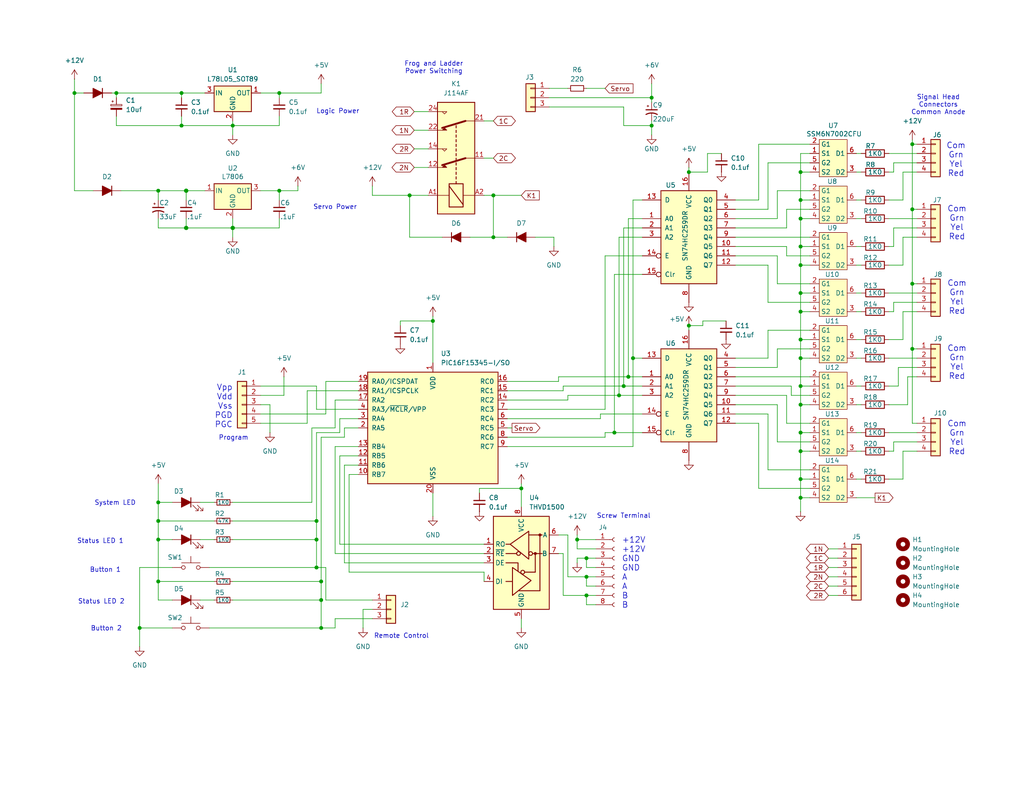
<source format=kicad_sch>
(kicad_sch (version 20250114) (generator "eeschema") (generator_version "9.0")
  (paper "A")
  (title_block (title "Serial Model Railroad Control") (date "2025-03-24") (rev "n/c") (company "DMFE") (comment 1 "Switch Machine and Signals"))
  (text "Servo Power" (at 91.44 56.642 0) (effects (font (size 1.27 1.27))))
  (text "Remote Control" (at 117.094 173.736 0) (effects (font (size 1.27 1.27)) (justify right)))
  (text "Vpp\nVdd\nVss\nPGD\nPGC" (at 63.5 110.998 0) (effects (font (size 1.5748 1.5748)) (justify right)))
  (text "Com\nGrn\nYel\nRed" (at 261.112 119.634 0) (effects (font (size 1.5748 1.5748))))
  (text "Button 2" (at 33.274 171.704 0) (effects (font (size 1.27 1.27)) (justify right)))
  (text "Screw Terminal" (at 170.18 140.97 0) (effects (font (size 1.27 1.27))))
  (text "Program" (at 67.818 119.634 0) (effects (font (size 1.27 1.27)) (justify right)))
  (text "+12V\n+12V\nGND\nGND\nA\nA\nB\nB" (at 169.672 156.464 0) (effects (font (size 1.5748 1.5748)) (justify left)))
  (text "Status LED 2" (at 34.036 164.338 0) (effects (font (size 1.27 1.27)) (justify right)))
  (text "Button 1" (at 33.02 155.702 0) (effects (font (size 1.27 1.27)) (justify right)))
  (text "Com\nGrn\nYel\nRed" (at 261.112 60.96 0) (effects (font (size 1.5748 1.5748))))
  (text "Com\nGrn\nYel\nRed" (at 261.112 81.28 0) (effects (font (size 1.5748 1.5748))))
  (text "Com\nGrn\nYel\nRed" (at 261.112 99.06 0) (effects (font (size 1.5748 1.5748))))
  (text "Com\nGrn\nYel\nRed" (at 260.858 43.688 0) (effects (font (size 1.5748 1.5748))))
  (text "Frog and Ladder\nPower Switching" (at 118.364 18.542 0) (effects (font (size 1.27 1.27))))
  (text "Status LED 1" (at 33.782 147.828 0) (effects (font (size 1.27 1.27)) (justify right)))
  (text "Logic Power" (at 92.202 30.48 0) (effects (font (size 1.27 1.27))))
  (text "System LED" (at 37.084 137.414 0) (effects (font (size 1.27 1.27)) (justify right)))
  (text "Signal Head\nConnectors\nCommon Anode" (at 256.032 28.702 0) (effects (font (size 1.27 1.27))))
  (junction (at 86.36 147.32))
  (junction (at 50.8 52.07) (diameter 1.016))
  (junction (at 170.18 105.41))
  (junction (at 50.8 62.23) (diameter 1.016))
  (junction (at 86.36 154.94))
  (junction (at 218.44 67.31))
  (junction (at 218.44 46.99))
  (junction (at 218.44 72.39))
  (junction (at 63.5 62.23) (diameter 1.016))
  (junction (at 218.44 92.71))
  (junction (at 168.91 107.95))
  (junction (at 218.44 130.81))
  (junction (at 76.2 52.07))
  (junction (at 86.36 142.24))
  (junction (at 38.1 171.45))
  (junction (at 43.18 142.24))
  (junction (at 49.53 34.29))
  (junction (at 218.44 110.49))
  (junction (at 167.64 118.11))
  (junction (at 218.44 59.69))
  (junction (at 187.96 88.9))
  (junction (at 87.63 163.83))
  (junction (at 43.18 147.32))
  (junction (at 218.44 135.89))
  (junction (at 218.44 123.19))
  (junction (at 118.11 87.63))
  (junction (at 248.92 77.47))
  (junction (at 134.62 64.77))
  (junction (at 248.92 95.25))
  (junction (at 134.62 53.34))
  (junction (at 218.44 97.79))
  (junction (at 31.75 25.4))
  (junction (at 248.92 39.37))
  (junction (at 63.5 34.29))
  (junction (at 187.96 46.99))
  (junction (at 157.48 147.32))
  (junction (at 218.44 105.41))
  (junction (at 160.02 162.56))
  (junction (at 160.02 152.4))
  (junction (at 49.53 25.4))
  (junction (at 76.2 25.4))
  (junction (at 43.18 137.16))
  (junction (at 218.44 54.61))
  (junction (at 142.24 133.35))
  (junction (at 87.63 158.75))
  (junction (at 43.18 52.07))
  (junction (at 111.76 53.34))
  (junction (at 160.02 157.48))
  (junction (at 177.8 34.29))
  (junction (at 218.44 80.01))
  (junction (at 218.44 118.11))
  (junction (at 177.8 26.67))
  (junction (at 20.32 25.4))
  (junction (at 218.44 85.09))
  (junction (at 87.63 171.45))
  (junction (at 171.45 102.87))
  (junction (at 172.72 97.79))
  (junction (at 248.92 57.15))
  (junction (at 43.18 158.75))
  (wire (pts (xy 43.18 132.08) (xy 43.18 137.16)))
  (wire (pts (xy 132.08 151.13) (xy 91.44 151.13)))
  (wire (pts (xy 242.57 41.91) (xy 250.19 41.91)))
  (wire (pts (xy 218.44 105.41) (xy 218.44 97.79)))
  (wire (pts (xy 246.38 130.81) (xy 246.38 123.19)))
  (wire (pts (xy 218.44 85.09) (xy 220.98 85.09)))
  (wire (pts (xy 95.25 156.21) (xy 95.25 129.54)))
  (wire (pts (xy 63.5 33.02) (xy 63.5 34.29)))
  (wire (pts (xy 233.68 54.61) (xy 234.95 54.61)))
  (wire (pts (xy 160.02 24.13) (xy 165.1 24.13)))
  (wire (pts (xy 248.92 77.47) (xy 250.19 77.47)))
  (wire (pts (xy 198.12 87.63) (xy 191.77 87.63)))
  (wire (pts (xy 175.26 97.79) (xy 172.72 97.79)))
  (wire (pts (xy 248.92 57.15) (xy 250.19 57.15)))
  (wire (pts (xy 31.75 25.4) (xy 49.53 25.4)))
  (wire (pts (xy 30.48 25.4) (xy 31.75 25.4)))
  (wire (pts (xy 200.66 107.95) (xy 214.63 107.95)))
  (wire (pts (xy 242.57 85.09) (xy 243.84 85.09)))
  (wire (pts (xy 250.19 115.57) (xy 248.92 115.57)))
  (wire (pts (xy 246.38 64.77) (xy 250.19 64.77)))
  (wire (pts (xy 162.56 149.86) (xy 157.48 149.86)))
  (wire (pts (xy 218.44 46.99) (xy 218.44 41.91)))
  (wire (pts (xy 132.08 156.21) (xy 95.25 156.21)))
  (wire (pts (xy 218.44 80.01) (xy 218.44 72.39)))
  (wire (pts (xy 212.09 110.49) (xy 212.09 120.65)))
  (wire (pts (xy 245.11 105.41) (xy 245.11 100.33)))
  (wire (pts (xy 214.63 107.95) (xy 214.63 115.57)))
  (wire (pts (xy 142.24 132.08) (xy 142.24 133.35)))
  (wire (pts (xy 191.77 87.63) (xy 191.77 88.9)))
  (wire (pts (xy 233.68 135.89) (xy 238.76 135.89)))
  (wire (pts (xy 38.1 171.45) (xy 46.99 171.45)))
  (wire (pts (xy 113.03 40.64) (xy 116.84 40.64)))
  (wire (pts (xy 50.8 62.23) (xy 63.5 62.23)))
  (wire (pts (xy 248.92 57.15) (xy 248.92 77.47)))
  (wire (pts (xy 88.9 113.03) (xy 71.12 113.03)))
  (wire (pts (xy 31.75 25.4) (xy 31.75 26.67)))
  (wire (pts (xy 88.9 104.14) (xy 88.9 113.03)))
  (wire (pts (xy 242.57 72.39) (xy 246.38 72.39)))
  (wire (pts (xy 218.44 110.49) (xy 220.98 110.49)))
  (wire (pts (xy 170.18 105.41) (xy 170.18 62.23)))
  (wire (pts (xy 218.44 130.81) (xy 218.44 135.89)))
  (wire (pts (xy 162.56 165.1) (xy 160.02 165.1)))
  (wire (pts (xy 111.76 53.34) (xy 116.84 53.34)))
  (wire (pts (xy 168.91 64.77) (xy 175.26 64.77)))
  (wire (pts (xy 218.44 80.01) (xy 220.98 80.01)))
  (wire (pts (xy 218.44 92.71) (xy 220.98 92.71)))
  (wire (pts (xy 138.43 116.84) (xy 139.7 116.84)))
  (wire (pts (xy 109.22 87.63) (xy 118.11 87.63)))
  (wire (pts (xy 92.71 118.11) (xy 92.71 114.3)))
  (wire (pts (xy 93.98 119.38) (xy 93.98 116.84)))
  (wire (pts (xy 242.57 110.49) (xy 247.65 110.49)))
  (wire (pts (xy 50.8 52.07) (xy 55.88 52.07)))
  (wire (pts (xy 130.81 133.35) (xy 142.24 133.35)))
  (wire (pts (xy 207.01 54.61) (xy 207.01 39.37)))
  (wire (pts (xy 132.08 148.59) (xy 92.71 148.59)))
  (wire (pts (xy 91.44 171.45) (xy 87.63 171.45)))
  (wire (pts (xy 49.53 34.29) (xy 49.53 31.75)))
  (wire (pts (xy 212.09 100.33) (xy 212.09 95.25)))
  (wire (pts (xy 151.13 64.77) (xy 146.05 64.77)))
  (wire (pts (xy 152.4 104.14) (xy 152.4 102.87)))
  (wire (pts (xy 165.1 69.85) (xy 175.26 69.85)))
  (wire (pts (xy 109.22 88.9) (xy 109.22 87.63)))
  (wire (pts (xy 242.57 123.19) (xy 243.84 123.19)))
  (wire (pts (xy 93.98 127) (xy 97.79 127)))
  (wire (pts (xy 218.44 105.41) (xy 220.98 105.41)))
  (wire (pts (xy 130.81 134.62) (xy 130.81 133.35)))
  (wire (pts (xy 87.63 119.38) (xy 87.63 158.75)))
  (wire (pts (xy 128.27 64.77) (xy 134.62 64.77)))
  (wire (pts (xy 200.66 110.49) (xy 212.09 110.49)))
  (wire (pts (xy 152.4 146.05) (xy 154.94 146.05)))
  (wire (pts (xy 152.4 151.13) (xy 153.67 151.13)))
  (wire (pts (xy 132.08 53.34) (xy 134.62 53.34)))
  (wire (pts (xy 142.24 168.91) (xy 142.24 171.45)))
  (wire (pts (xy 162.56 157.48) (xy 160.02 157.48)))
  (wire (pts (xy 233.68 92.71) (xy 234.95 92.71)))
  (wire (pts (xy 43.18 62.23) (xy 50.8 62.23)))
  (wire (pts (xy 170.18 62.23) (xy 175.26 62.23)))
  (wire (pts (xy 218.44 85.09) (xy 218.44 80.01)))
  (wire (pts (xy 220.98 133.35) (xy 207.01 133.35)))
  (wire (pts (xy 242.57 67.31) (xy 243.84 67.31)))
  (wire (pts (xy 248.92 77.47) (xy 248.92 95.25)))
  (wire (pts (xy 138.43 104.14) (xy 152.4 104.14)))
  (wire (pts (xy 111.76 64.77) (xy 120.65 64.77)))
  (wire (pts (xy 86.36 147.32) (xy 86.36 142.24)))
  (wire (pts (xy 88.9 163.83) (xy 88.9 154.94)))
  (wire (pts (xy 200.66 102.87) (xy 220.98 102.87)))
  (wire (pts (xy 209.55 128.27) (xy 209.55 113.03)))
  (wire (pts (xy 92.71 124.46) (xy 97.79 124.46)))
  (wire (pts (xy 218.44 92.71) (xy 218.44 85.09)))
  (wire (pts (xy 209.55 44.45) (xy 220.98 44.45)))
  (wire (pts (xy 165.1 111.76) (xy 165.1 69.85)))
  (wire (pts (xy 233.68 130.81) (xy 234.95 130.81)))
  (wire (pts (xy 63.5 34.29) (xy 49.53 34.29)))
  (wire (pts (xy 54.61 147.32) (xy 58.42 147.32)))
  (wire (pts (xy 113.03 30.48) (xy 116.84 30.48)))
  (wire (pts (xy 242.57 80.01) (xy 250.19 80.01)))
  (wire (pts (xy 134.62 53.34) (xy 134.62 64.77)))
  (wire (pts (xy 160.02 157.48) (xy 154.94 157.48)))
  (wire (pts (xy 246.38 85.09) (xy 250.19 85.09)))
  (wire (pts (xy 113.03 35.56) (xy 116.84 35.56)))
  (wire (pts (xy 177.8 22.86) (xy 177.8 26.67)))
  (wire (pts (xy 149.86 24.13) (xy 154.94 24.13)))
  (wire (pts (xy 57.15 154.94) (xy 86.36 154.94)))
  (wire (pts (xy 160.02 152.4) (xy 157.48 152.4)))
  (wire (pts (xy 233.68 59.69) (xy 234.95 59.69)))
  (wire (pts (xy 50.8 54.61) (xy 50.8 52.07)))
  (wire (pts (xy 91.44 168.91) (xy 91.44 171.45)))
  (wire (pts (xy 242.57 59.69) (xy 250.19 59.69)))
  (wire (pts (xy 218.44 54.61) (xy 218.44 46.99)))
  (wire (pts (xy 83.82 106.68) (xy 83.82 115.57)))
  (wire (pts (xy 54.61 137.16) (xy 58.42 137.16)))
  (wire (pts (xy 162.56 152.4) (xy 160.02 152.4)))
  (wire (pts (xy 168.91 107.95) (xy 168.91 64.77)))
  (wire (pts (xy 93.98 153.67) (xy 93.98 127)))
  (wire (pts (xy 153.67 105.41) (xy 170.18 105.41)))
  (wire (pts (xy 92.71 148.59) (xy 92.71 124.46)))
  (wire (pts (xy 157.48 152.4) (xy 157.48 153.67)))
  (wire (pts (xy 247.65 102.87) (xy 250.19 102.87)))
  (wire (pts (xy 138.43 106.68) (xy 153.67 106.68)))
  (wire (pts (xy 218.44 72.39) (xy 218.44 67.31)))
  (wire (pts (xy 77.47 107.95) (xy 71.12 107.95)))
  (wire (pts (xy 20.32 52.07) (xy 20.32 25.4)))
  (wire (pts (xy 218.44 97.79) (xy 218.44 92.71)))
  (wire (pts (xy 43.18 163.83) (xy 46.99 163.83)))
  (wire (pts (xy 138.43 114.3) (xy 163.83 114.3)))
  (wire (pts (xy 154.94 107.95) (xy 168.91 107.95)))
  (wire (pts (xy 99.06 171.45) (xy 99.06 166.37)))
  (wire (pts (xy 20.32 25.4) (xy 20.32 21.59)))
  (wire (pts (xy 218.44 59.69) (xy 220.98 59.69)))
  (wire (pts (xy 81.28 52.07) (xy 76.2 52.07)))
  (wire (pts (xy 138.43 111.76) (xy 165.1 111.76)))
  (wire (pts (xy 218.44 130.81) (xy 220.98 130.81)))
  (wire (pts (xy 207.01 115.57) (xy 200.66 115.57)))
  (wire (pts (xy 160.02 154.94) (xy 160.02 152.4)))
  (wire (pts (xy 157.48 147.32) (xy 162.56 147.32)))
  (wire (pts (xy 63.5 142.24) (xy 86.36 142.24)))
  (wire (pts (xy 233.68 41.91) (xy 234.95 41.91)))
  (wire (pts (xy 172.72 54.61) (xy 175.26 54.61)))
  (wire (pts (xy 31.75 34.29) (xy 49.53 34.29)))
  (wire (pts (xy 153.67 162.56) (xy 160.02 162.56)))
  (wire (pts (xy 228.6 157.48) (xy 226.06 157.48)))
  (wire (pts (xy 242.57 97.79) (xy 250.19 97.79)))
  (wire (pts (xy 87.63 171.45) (xy 87.63 163.83)))
  (wire (pts (xy 50.8 59.69) (xy 50.8 62.23)))
  (wire (pts (xy 49.53 25.4) (xy 49.53 26.67)))
  (wire (pts (xy 200.66 67.31) (xy 214.63 67.31)))
  (wire (pts (xy 154.94 109.22) (xy 154.94 107.95)))
  (wire (pts (xy 91.44 109.22) (xy 97.79 109.22)))
  (wire (pts (xy 233.68 46.99) (xy 234.95 46.99)))
  (wire (pts (xy 243.84 44.45) (xy 250.19 44.45)))
  (wire (pts (xy 63.5 137.16) (xy 85.09 137.16)))
  (wire (pts (xy 200.66 105.41) (xy 215.9 105.41)))
  (wire (pts (xy 218.44 67.31) (xy 220.98 67.31)))
  (wire (pts (xy 177.8 34.29) (xy 177.8 36.83)))
  (wire (pts (xy 248.92 39.37) (xy 250.19 39.37)))
  (wire (pts (xy 242.57 130.81) (xy 246.38 130.81)))
  (wire (pts (xy 76.2 59.69) (xy 76.2 62.23)))
  (wire (pts (xy 43.18 137.16) (xy 43.18 142.24)))
  (wire (pts (xy 149.86 26.67) (xy 177.8 26.67)))
  (wire (pts (xy 138.43 119.38) (xy 165.1 119.38)))
  (wire (pts (xy 200.66 69.85) (xy 212.09 69.85)))
  (wire (pts (xy 212.09 120.65) (xy 220.98 120.65)))
  (wire (pts (xy 163.83 114.3) (xy 163.83 113.03)))
  (wire (pts (xy 228.6 160.02) (xy 226.06 160.02)))
  (wire (pts (xy 187.96 88.9) (xy 187.96 90.17)))
  (wire (pts (xy 175.26 118.11) (xy 167.64 118.11)))
  (wire (pts (xy 22.86 25.4) (xy 20.32 25.4)))
  (wire (pts (xy 242.57 46.99) (xy 243.84 46.99)))
  (wire (pts (xy 233.68 97.79) (xy 234.95 97.79)))
  (wire (pts (xy 200.66 64.77) (xy 220.98 64.77)))
  (wire (pts (xy 218.44 110.49) (xy 218.44 105.41)))
  (wire (pts (xy 167.64 74.93) (xy 175.26 74.93)))
  (wire (pts (xy 218.44 67.31) (xy 218.44 59.69)))
  (wire (pts (xy 215.9 105.41) (xy 215.9 107.95)))
  (wire (pts (xy 248.92 38.1) (xy 248.92 39.37)))
  (wire (pts (xy 218.44 123.19) (xy 220.98 123.19)))
  (wire (pts (xy 43.18 137.16) (xy 46.99 137.16)))
  (wire (pts (xy 160.02 160.02) (xy 160.02 157.48)))
  (wire (pts (xy 207.01 39.37) (xy 220.98 39.37)))
  (wire (pts (xy 233.68 72.39) (xy 234.95 72.39)))
  (wire (pts (xy 248.92 115.57) (xy 248.92 95.25)))
  (wire (pts (xy 142.24 133.35) (xy 142.24 138.43)))
  (wire (pts (xy 245.11 100.33) (xy 250.19 100.33)))
  (wire (pts (xy 73.66 118.11) (xy 73.66 110.49)))
  (wire (pts (xy 246.38 46.99) (xy 250.19 46.99)))
  (wire (pts (xy 209.55 97.79) (xy 209.55 90.17)))
  (wire (pts (xy 209.55 57.15) (xy 209.55 44.45)))
  (wire (pts (xy 163.83 113.03) (xy 175.26 113.03)))
  (wire (pts (xy 99.06 166.37) (xy 101.6 166.37)))
  (wire (pts (xy 233.68 105.41) (xy 234.95 105.41)))
  (wire (pts (xy 228.6 152.4) (xy 226.06 152.4)))
  (wire (pts (xy 149.86 29.21) (xy 170.18 29.21)))
  (wire (pts (xy 76.2 54.61) (xy 76.2 52.07)))
  (wire (pts (xy 118.11 134.62) (xy 118.11 140.97)))
  (wire (pts (xy 218.44 41.91) (xy 220.98 41.91)))
  (wire (pts (xy 243.84 123.19) (xy 243.84 120.65)))
  (wire (pts (xy 49.53 25.4) (xy 55.88 25.4)))
  (wire (pts (xy 177.8 33.02) (xy 177.8 34.29)))
  (wire (pts (xy 160.02 162.56) (xy 162.56 162.56)))
  (wire (pts (xy 154.94 146.05) (xy 154.94 157.48)))
  (wire (pts (xy 132.08 33.02) (xy 134.62 33.02)))
  (wire (pts (xy 165.1 119.38) (xy 165.1 118.11)))
  (wire (pts (xy 220.98 128.27) (xy 209.55 128.27)))
  (wire (pts (xy 215.9 107.95) (xy 220.98 107.95)))
  (wire (pts (xy 157.48 149.86) (xy 157.48 147.32)))
  (wire (pts (xy 187.96 45.72) (xy 187.96 46.99)))
  (wire (pts (xy 43.18 142.24) (xy 58.42 142.24)))
  (wire (pts (xy 91.44 116.84) (xy 91.44 109.22)))
  (wire (pts (xy 212.09 69.85) (xy 212.09 77.47)))
  (wire (pts (xy 73.66 110.49) (xy 71.12 110.49)))
  (wire (pts (xy 214.63 62.23) (xy 214.63 57.15)))
  (wire (pts (xy 43.18 142.24) (xy 43.18 147.32)))
  (wire (pts (xy 170.18 29.21) (xy 170.18 34.29)))
  (wire (pts (xy 86.36 142.24) (xy 86.36 118.11)))
  (wire (pts (xy 209.55 82.55) (xy 220.98 82.55)))
  (wire (pts (xy 212.09 95.25) (xy 220.98 95.25)))
  (wire (pts (xy 175.26 102.87) (xy 171.45 102.87)))
  (wire (pts (xy 243.84 120.65) (xy 250.19 120.65)))
  (wire (pts (xy 218.44 46.99) (xy 220.98 46.99)))
  (wire (pts (xy 77.47 102.87) (xy 77.47 107.95)))
  (wire (pts (xy 171.45 102.87) (xy 171.45 59.69)))
  (wire (pts (xy 88.9 154.94) (xy 86.36 154.94)))
  (wire (pts (xy 97.79 106.68) (xy 83.82 106.68)))
  (wire (pts (xy 209.55 113.03) (xy 200.66 113.03)))
  (wire (pts (xy 214.63 115.57) (xy 220.98 115.57)))
  (wire (pts (xy 134.62 64.77) (xy 138.43 64.77)))
  (wire (pts (xy 247.65 110.49) (xy 247.65 102.87)))
  (wire (pts (xy 71.12 105.41) (xy 86.36 105.41)))
  (wire (pts (xy 233.68 123.19) (xy 234.95 123.19)))
  (wire (pts (xy 63.5 34.29) (xy 63.5 36.83)))
  (wire (pts (xy 165.1 118.11) (xy 167.64 118.11)))
  (wire (pts (xy 43.18 158.75) (xy 58.42 158.75)))
  (wire (pts (xy 243.84 46.99) (xy 243.84 44.45)))
  (wire (pts (xy 162.56 160.02) (xy 160.02 160.02)))
  (wire (pts (xy 63.5 34.29) (xy 76.2 34.29)))
  (wire (pts (xy 191.77 88.9) (xy 187.96 88.9)))
  (wire (pts (xy 233.68 110.49) (xy 234.95 110.49)))
  (wire (pts (xy 132.08 43.18) (xy 134.62 43.18)))
  (wire (pts (xy 87.63 119.38) (xy 93.98 119.38)))
  (wire (pts (xy 175.26 105.41) (xy 170.18 105.41)))
  (wire (pts (xy 200.66 100.33) (xy 212.09 100.33)))
  (wire (pts (xy 86.36 105.41) (xy 86.36 111.76)))
  (wire (pts (xy 87.63 22.86) (xy 87.63 25.4)))
  (wire (pts (xy 132.08 153.67) (xy 93.98 153.67)))
  (wire (pts (xy 132.08 158.75) (xy 132.08 156.21)))
  (wire (pts (xy 209.55 90.17) (xy 220.98 90.17)))
  (wire (pts (xy 200.66 54.61) (xy 207.01 54.61)))
  (wire (pts (xy 92.71 114.3) (xy 97.79 114.3)))
  (wire (pts (xy 171.45 59.69) (xy 175.26 59.69)))
  (wire (pts (xy 63.5 147.32) (xy 86.36 147.32)))
  (wire (pts (xy 76.2 31.75) (xy 76.2 34.29)))
  (wire (pts (xy 200.66 62.23) (xy 214.63 62.23)))
  (wire (pts (xy 153.67 106.68) (xy 153.67 105.41)))
  (wire (pts (xy 243.84 67.31) (xy 243.84 62.23)))
  (wire (pts (xy 233.68 85.09) (xy 234.95 85.09)))
  (wire (pts (xy 175.26 107.95) (xy 168.91 107.95)))
  (wire (pts (xy 95.25 129.54) (xy 97.79 129.54)))
  (wire (pts (xy 86.36 111.76) (xy 97.79 111.76)))
  (wire (pts (xy 43.18 147.32) (xy 43.18 158.75)))
  (wire (pts (xy 25.4 52.07) (xy 20.32 52.07)))
  (wire (pts (xy 43.18 59.69) (xy 43.18 62.23)))
  (wire (pts (xy 200.66 97.79) (xy 209.55 97.79)))
  (wire (pts (xy 242.57 105.41) (xy 245.11 105.41)))
  (wire (pts (xy 118.11 87.63) (xy 118.11 99.06)))
  (wire (pts (xy 63.5 59.69) (xy 63.5 62.23)))
  (wire (pts (xy 218.44 59.69) (xy 218.44 54.61)))
  (wire (pts (xy 83.82 115.57) (xy 71.12 115.57)))
  (wire (pts (xy 71.12 52.07) (xy 76.2 52.07)))
  (wire (pts (xy 196.85 41.91) (xy 193.04 41.91)))
  (wire (pts (xy 54.61 163.83) (xy 58.42 163.83)))
  (wire (pts (xy 218.44 135.89) (xy 220.98 135.89)))
  (wire (pts (xy 200.66 59.69) (xy 212.09 59.69)))
  (wire (pts (xy 63.5 163.83) (xy 87.63 163.83)))
  (wire (pts (xy 193.04 46.99) (xy 187.96 46.99)))
  (wire (pts (xy 76.2 25.4) (xy 87.63 25.4)))
  (wire (pts (xy 101.6 50.8) (xy 101.6 53.34)))
  (wire (pts (xy 242.57 92.71) (xy 246.38 92.71)))
  (wire (pts (xy 31.75 31.75) (xy 31.75 34.29)))
  (wire (pts (xy 177.8 26.67) (xy 177.8 27.94)))
  (wire (pts (xy 218.44 97.79) (xy 220.98 97.79)))
  (wire (pts (xy 91.44 121.92) (xy 97.79 121.92)))
  (wire (pts (xy 218.44 118.11) (xy 218.44 110.49)))
  (wire (pts (xy 33.02 52.07) (xy 43.18 52.07)))
  (wire (pts (xy 76.2 25.4) (xy 76.2 26.67)))
  (wire (pts (xy 43.18 147.32) (xy 46.99 147.32)))
  (wire (pts (xy 134.62 53.34) (xy 142.24 53.34)))
  (wire (pts (xy 86.36 118.11) (xy 92.71 118.11)))
  (wire (pts (xy 162.56 154.94) (xy 160.02 154.94)))
  (wire (pts (xy 212.09 59.69) (xy 212.09 52.07)))
  (wire (pts (xy 170.18 34.29) (xy 177.8 34.29)))
  (wire (pts (xy 207.01 133.35) (xy 207.01 115.57)))
  (wire (pts (xy 248.92 95.25) (xy 250.19 95.25)))
  (wire (pts (xy 57.15 171.45) (xy 87.63 171.45)))
  (wire (pts (xy 243.84 62.23) (xy 250.19 62.23)))
  (wire (pts (xy 233.68 80.01) (xy 234.95 80.01)))
  (wire (pts (xy 212.09 52.07) (xy 220.98 52.07)))
  (wire (pts (xy 214.63 69.85) (xy 220.98 69.85)))
  (wire (pts (xy 218.44 123.19) (xy 218.44 130.81)))
  (wire (pts (xy 81.28 50.8) (xy 81.28 52.07)))
  (wire (pts (xy 214.63 67.31) (xy 214.63 69.85)))
  (wire (pts (xy 172.72 121.92) (xy 172.72 97.79)))
  (wire (pts (xy 85.09 137.16) (xy 85.09 116.84)))
  (wire (pts (xy 233.68 67.31) (xy 234.95 67.31)))
  (wire (pts (xy 101.6 163.83) (xy 88.9 163.83)))
  (wire (pts (xy 63.5 62.23) (xy 63.5 64.77)))
  (wire (pts (xy 172.72 54.61) (xy 172.72 97.79)))
  (wire (pts (xy 86.36 154.94) (xy 86.36 147.32)))
  (wire (pts (xy 248.92 39.37) (xy 248.92 57.15)))
  (wire (pts (xy 242.57 54.61) (xy 246.38 54.61)))
  (wire (pts (xy 97.79 104.14) (xy 88.9 104.14)))
  (wire (pts (xy 101.6 168.91) (xy 91.44 168.91)))
  (wire (pts (xy 243.84 85.09) (xy 243.84 82.55)))
  (wire (pts (xy 209.55 72.39) (xy 209.55 82.55)))
  (wire (pts (xy 228.6 162.56) (xy 226.06 162.56)))
  (wire (pts (xy 71.12 25.4) (xy 76.2 25.4)))
  (wire (pts (xy 246.38 54.61) (xy 246.38 46.99)))
  (wire (pts (xy 233.68 118.11) (xy 234.95 118.11)))
  (wire (pts (xy 157.48 147.32) (xy 157.48 146.05)))
  (wire (pts (xy 118.11 86.36) (xy 118.11 87.63)))
  (wire (pts (xy 153.67 151.13) (xy 153.67 162.56)))
  (wire (pts (xy 93.98 116.84) (xy 97.79 116.84)))
  (wire (pts (xy 138.43 121.92) (xy 172.72 121.92)))
  (wire (pts (xy 38.1 176.53) (xy 38.1 171.45)))
  (wire (pts (xy 43.18 52.07) (xy 50.8 52.07)))
  (wire (pts (xy 200.66 57.15) (xy 209.55 57.15)))
  (wire (pts (xy 113.03 45.72) (xy 116.84 45.72)))
  (wire (pts (xy 151.13 67.31) (xy 151.13 64.77)))
  (wire (pts (xy 46.99 154.94) (xy 38.1 154.94)))
  (wire (pts (xy 218.44 118.11) (xy 220.98 118.11)))
  (wire (pts (xy 228.6 149.86) (xy 226.06 149.86)))
  (wire (pts (xy 246.38 123.19) (xy 250.19 123.19)))
  (wire (pts (xy 63.5 158.75) (xy 87.63 158.75)))
  (wire (pts (xy 246.38 92.71) (xy 246.38 85.09)))
  (wire (pts (xy 243.84 82.55) (xy 250.19 82.55)))
  (wire (pts (xy 91.44 151.13) (xy 91.44 121.92)))
  (wire (pts (xy 43.18 158.75) (xy 43.18 163.83)))
  (wire (pts (xy 167.64 118.11) (xy 167.64 74.93)))
  (wire (pts (xy 228.6 154.94) (xy 226.06 154.94)))
  (wire (pts (xy 138.43 109.22) (xy 154.94 109.22)))
  (wire (pts (xy 193.04 41.91) (xy 193.04 46.99)))
  (wire (pts (xy 242.57 118.11) (xy 250.19 118.11)))
  (wire (pts (xy 218.44 54.61) (xy 220.98 54.61)))
  (wire (pts (xy 38.1 154.94) (xy 38.1 171.45)))
  (wire (pts (xy 152.4 102.87) (xy 171.45 102.87)))
  (wire (pts (xy 111.76 53.34) (xy 111.76 64.77)))
  (wire (pts (xy 212.09 77.47) (xy 220.98 77.47)))
  (wire (pts (xy 214.63 57.15) (xy 220.98 57.15)))
  (wire (pts (xy 43.18 54.61) (xy 43.18 52.07)))
  (wire (pts (xy 101.6 53.34) (xy 111.76 53.34)))
  (wire (pts (xy 218.44 123.19) (xy 218.44 118.11)))
  (wire (pts (xy 63.5 62.23) (xy 76.2 62.23)))
  (wire (pts (xy 218.44 72.39) (xy 220.98 72.39)))
  (wire (pts (xy 246.38 72.39) (xy 246.38 64.77)))
  (wire (pts (xy 85.09 116.84) (xy 91.44 116.84)))
  (wire (pts (xy 160.02 165.1) (xy 160.02 162.56)))
  (wire (pts (xy 218.44 135.89) (xy 218.44 139.7)))
  (wire (pts (xy 200.66 72.39) (xy 209.55 72.39)))
  (wire (pts (xy 87.63 163.83) (xy 87.63 158.75)))
  (global_label "Servo" (shape output) (at 139.7 116.84 0) (property "Intersheetrefs" "${INTERSHEET_REFS}" (effects (hide yes))))
  (global_label "2C" (shape bidirectional) (at 134.62 43.18 0) (property "Intersheetrefs" "${INTERSHEET_REFS}" (effects (hide yes))))
  (global_label "1N" (shape bidirectional) (at 113.03 35.56 180) (property "Intersheetrefs" "${INTERSHEET_REFS}" (effects (hide yes))))
  (global_label "2N" (shape bidirectional) (at 226.06 157.48 180) (property "Intersheetrefs" "${INTERSHEET_REFS}" (effects (hide yes))))
  (global_label "Servo" (shape input) (at 165.1 24.13 0) (property "Intersheetrefs" "${INTERSHEET_REFS}" (effects (hide yes))))
  (global_label "1C" (shape bidirectional) (at 226.06 152.4 180) (property "Intersheetrefs" "${INTERSHEET_REFS}" (effects (hide yes))))
  (global_label "2C" (shape bidirectional) (at 226.06 160.02 180) (property "Intersheetrefs" "${INTERSHEET_REFS}" (effects (hide yes))))
  (global_label "K1" (shape output) (at 238.76 135.89 0) (property "Intersheetrefs" "${INTERSHEET_REFS}" (effects (hide yes))))
  (global_label "1N" (shape bidirectional) (at 226.06 149.86 180) (property "Intersheetrefs" "${INTERSHEET_REFS}" (effects (hide yes))))
  (global_label "2R" (shape bidirectional) (at 113.03 40.64 180) (property "Intersheetrefs" "${INTERSHEET_REFS}" (effects (hide yes))))
  (global_label "K1" (shape input) (at 142.24 53.34 0) (property "Intersheetrefs" "${INTERSHEET_REFS}" (effects (hide yes))))
  (global_label "2R" (shape bidirectional) (at 226.06 162.56 180) (property "Intersheetrefs" "${INTERSHEET_REFS}" (effects (hide yes))))
  (global_label "2N" (shape bidirectional) (at 113.03 45.72 180) (property "Intersheetrefs" "${INTERSHEET_REFS}" (effects (hide yes))))
  (global_label "1R" (shape bidirectional) (at 113.03 30.48 180) (property "Intersheetrefs" "${INTERSHEET_REFS}" (effects (hide yes))))
  (global_label "1R" (shape bidirectional) (at 226.06 154.94 180) (property "Intersheetrefs" "${INTERSHEET_REFS}" (effects (hide yes))))
  (global_label "1C" (shape bidirectional) (at 134.62 33.02 0) (property "Intersheetrefs" "${INTERSHEET_REFS}" (effects (hide yes))))
  (symbol (lib_id "power:GND") (at 38.1 176.53 0) (unit 1)
    (property "Reference" "#PWR02" (effects (hide yes)))
    (property "Value" "GND" (at 38.1 181.61 0))
    (property "Description" "Power symbol creates a global label with name \"GND\" , ground" (effects (hide yes)))
  )
  (symbol (lib_id "2025-03-24_22-47-57:SSM6N7002CF") (at 227.33 105.41 0) (unit 1)
    (property "Reference" "U12" (at 227.076 100.33 0))
    (property "Value" "SSM6N7002CFU" (effects (hide yes)))
    (property "Footprint" "Package_TO_SOT_SMD:SOT-363_SC-70-6_Handsoldering" (effects (hide yes)))
  )
  (symbol (lib_id "Regulator_Linear:L7805") (at 63.5 52.07 0) (unit 1)
    (property "Reference" "U2" (at 63.5 45.9232 0))
    (property "Value" "L7806" (at 63.5 48.2346 0))
    (property "Footprint" "Package_TO_SOT_SMD:TO-263-2" (effects (hide yes)))
    (property "Datasheet" "http://www.st.com/content/ccc/resource/technical/document/datasheet/41/4f/b3/b0/12/d4/47/88/CD00000444.pdf/files/CD00000444.pdf/jcr:content/translations/en.CD00000444.pdf" (effects (hide yes)))
  )
  (symbol (lib_id "power:+12V") (at 20.32 21.59 0) (unit 1)
    (property "Reference" "#PWR01" (effects (hide yes)))
    (property "Value" "+12V" (at 20.32 16.51 0))
    (property "Description" "Power symbol creates a global label with name \"+12V\"" (effects (hide yes)))
  )
  (symbol (lib_id "Device:R_Small") (at 60.96 142.24 90) (unit 1)
    (property "Reference" "R2" (at 59.944 140.208 90))
    (property "Value" "47K" (at 60.96 142.24 90) (effects (font (size 1.016 1.016))))
    (property "Footprint" "Resistor_SMD:R_0805_2012Metric_Pad1.20x1.40mm_HandSolder" (effects (hide yes)))
    (property "Description" "Resistor, small symbol" (effects (hide yes)))
  )
  (symbol (lib_id "Connector_Generic:Conn_01x04") (at 255.27 59.69 0) (unit 1)
    (property "Reference" "J7" (at 254.508 54.61 0) (effects (justify left)))
    (property "Value" "Conn_01x04" (effects (hide yes)))
    (property "Footprint" "TerminalBlock_Phoenix:TerminalBlock_Phoenix_PT-1,5-4-3.5-H_1x04_P3.50mm_Horizontal" (effects (hide yes)))
    (property "Description" "Generic connector, single row, 01x04, script generated (kicad-library-utils/schlib/autogen/connector/)" (effects (hide yes)))
  )
  (symbol (lib_id "Device:R_Small") (at 60.96 137.16 90) (unit 1)
    (property "Reference" "R1" (at 59.944 135.128 90))
    (property "Value" "1K0" (at 60.96 137.16 90) (effects (font (size 1.016 1.016))))
    (property "Footprint" "Resistor_SMD:R_0805_2012Metric_Pad1.20x1.40mm_HandSolder" (effects (hide yes)))
    (property "Description" "Resistor, small symbol" (effects (hide yes)))
  )
  (symbol (lib_id "Mechanical:MountingHole") (at 246.38 153.67 0) (unit 1) (exclude_from_sim yes) (in_bom no)
    (property "Reference" "H2" (at 248.92 152.3999 0) (effects (justify left)))
    (property "Value" "MountingHole" (at 248.92 154.9399 0) (effects (justify left)))
    (property "Footprint" "MountingHole:MountingHole_3.2mm_M3" (effects (hide yes)))
    (property "Description" "Mounting Hole without connection" (effects (hide yes)))
  )
  (symbol (lib_id "Device:R") (at 238.76 123.19 90) (unit 1)
    (property "Reference" "R20" (at 237.49 121.158 90))
    (property "Value" "1K0" (at 238.76 123.19 90))
    (property "Footprint" "Resistor_THT:R_Axial_DIN0204_L3.6mm_D1.6mm_P7.62mm_Horizontal" (effects (hide yes)))
    (property "Description" "Resistor" (effects (hide yes)))
  )
  (symbol (lib_id "power:GND") (at 151.13 67.31 0) (unit 1)
    (property "Reference" "#PWR018" (effects (hide yes)))
    (property "Value" "GND" (at 151.13 72.39 0))
    (property "Description" "Power symbol creates a global label with name \"GND\" , ground" (effects (hide yes)))
  )
  (symbol (lib_id "power:+5V") (at 142.24 132.08 0) (unit 1)
    (property "Reference" "#PWR016" (effects (hide yes)))
    (property "Value" "+5V" (at 142.24 127 0))
    (property "Description" "Power symbol creates a global label with name \"+5V\"" (effects (hide yes)))
  )
  (symbol (lib_id "Connector_Generic:Conn_01x04") (at 255.27 118.11 0) (unit 1)
    (property "Reference" "J10" (at 254.762 112.776 0) (effects (justify left)))
    (property "Value" "Conn_01x04" (effects (hide yes)))
    (property "Footprint" "TerminalBlock_Phoenix:TerminalBlock_Phoenix_PT-1,5-4-3.5-H_1x04_P3.50mm_Horizontal" (effects (hide yes)))
    (property "Description" "Generic connector, single row, 01x04, script generated (kicad-library-utils/schlib/autogen/connector/)" (effects (hide yes)))
  )
  (symbol (lib_id "power:GND") (at 142.24 171.45 0) (unit 1)
    (property "Reference" "#PWR017" (effects (hide yes)))
    (property "Value" "GND" (at 142.24 176.53 0))
    (property "Description" "Power symbol creates a global label with name \"GND\" , ground" (effects (hide yes)))
  )
  (symbol (lib_id "power:+5V") (at 187.96 88.9 0) (unit 1)
    (property "Reference" "#PWR025" (effects (hide yes)))
    (property "Value" "+5V" (at 184.658 87.122 0))
    (property "Description" "Power symbol creates a global label with name \"+5V\"" (effects (hide yes)))
  )
  (symbol (lib_id "2025-03-24_22-47-57:SSM6N7002CF") (at 227.33 54.61 0) (unit 1)
    (property "Reference" "U8" (at 227.076 49.53 0))
    (property "Value" "SSM6N7002CFU" (effects (hide yes)))
    (property "Footprint" "Package_TO_SOT_SMD:SOT-363_SC-70-6_Handsoldering" (effects (hide yes)))
  )
  (symbol (lib_id "Device:R") (at 238.76 110.49 90) (unit 1)
    (property "Reference" "R18" (at 237.49 108.458 90))
    (property "Value" "1K0" (at 238.76 110.49 90))
    (property "Footprint" "Resistor_THT:R_Axial_DIN0204_L3.6mm_D1.6mm_P7.62mm_Horizontal" (effects (hide yes)))
    (property "Description" "Resistor" (effects (hide yes)))
  )
  (symbol (lib_id "power:+12V") (at 101.6 50.8 0) (unit 1)
    (property "Reference" "#PWR011" (effects (hide yes)))
    (property "Value" "+12V" (at 101.6 45.72 0))
    (property "Description" "Power symbol creates a global label with name \"+12V\"" (effects (hide yes)))
  )
  (symbol (lib_id "power:GND") (at 196.85 46.99 0) (unit 1)
    (property "Reference" "#PWR027" (effects (hide yes)))
    (property "Value" "GND" (effects (hide yes)))
    (property "Description" "Power symbol creates a global label with name \"GND\" , ground" (effects (hide yes)))
  )
  (symbol (lib_id "Device:R") (at 238.76 54.61 90) (unit 1)
    (property "Reference" "R9" (at 237.49 52.578 90))
    (property "Value" "1K0" (at 238.76 54.61 90))
    (property "Footprint" "Resistor_THT:R_Axial_DIN0204_L3.6mm_D1.6mm_P7.62mm_Horizontal" (effects (hide yes)))
    (property "Description" "Resistor" (effects (hide yes)))
  )
  (symbol (lib_id "2025-03-24_22-47-57:SSM6N7002CF") (at 227.33 67.31 0) (unit 1)
    (property "Reference" "U9" (at 227.076 62.23 0))
    (property "Value" "SSM6N7002CFU" (effects (hide yes)))
    (property "Footprint" "Package_TO_SOT_SMD:SOT-363_SC-70-6_Handsoldering" (effects (hide yes)))
  )
  (symbol (lib_id "Device:D_Filled") (at 29.21 52.07 180) (unit 1)
    (property "Reference" "D2" (at 29.21 48.26 0))
    (property "Value" "SMA" (effects (hide yes)))
    (property "Footprint" "Diode_SMD:D_SMA_Handsoldering" (effects (hide yes)))
    (property "Description" "Diode, filled shape" (effects (hide yes)))
    (property "Sim.Device" "D" (effects (hide yes)))
    (property "Sim.Pins" "1=K 2=A" (effects (hide yes)))
  )
  (symbol (lib_id "Device:C_Small") (at 130.81 137.16 0) (unit 1)
    (property "Reference" "C8" (at 133.35 135.8962 0) (effects (justify left)))
    (property "Value" "0.1uf" (at 133.35 138.4362 0) (effects (justify left)))
    (property "Footprint" "Capacitor_SMD:C_0805_2012Metric_Pad1.18x1.45mm_HandSolder" (effects (hide yes)))
    (property "Description" "Unpolarized capacitor, small symbol" (effects (hide yes)))
  )
  (symbol (lib_id "Device:C_Small") (at 198.12 90.17 0) (unit 1)
    (property "Reference" "C11" (at 200.66 88.9062 0) (effects (justify left)))
    (property "Value" "0.1uf" (at 200.66 91.4462 0) (effects (justify left)))
    (property "Footprint" "Capacitor_SMD:C_0805_2012Metric_Pad1.18x1.45mm_HandSolder" (effects (hide yes)))
    (property "Description" "Unpolarized capacitor, small symbol" (effects (hide yes)))
  )
  (symbol (lib_id "power:+5V") (at 118.11 86.36 0) (unit 1)
    (property "Reference" "#PWR013" (effects (hide yes)))
    (property "Value" "+5V" (at 118.11 81.28 0))
    (property "Description" "Power symbol creates a global label with name \"+5V\"" (effects (hide yes)))
  )
  (symbol (lib_id "power:GND") (at 177.8 36.83 0) (unit 1)
    (property "Reference" "#PWR022" (effects (hide yes)))
    (property "Value" "GND" (at 177.8 40.64 0))
  )
  (symbol (lib_id "power:GND") (at 118.11 140.97 0) (unit 1)
    (property "Reference" "#PWR014" (effects (hide yes)))
    (property "Value" "GND" (at 118.11 146.05 0))
    (property "Description" "Power symbol creates a global label with name \"GND\" , ground" (effects (hide yes)))
  )
  (symbol (lib_id "power:+5V") (at 77.47 102.87 0) (unit 1)
    (property "Reference" "#PWR07" (effects (hide yes)))
    (property "Value" "+5V" (at 77.47 97.79 0))
    (property "Description" "Power symbol creates a global label with name \"+5V\"" (effects (hide yes)))
  )
  (symbol (lib_id "Device:C_Small") (at 76.2 57.15 0) (unit 1)
    (property "Reference" "C6" (at 76.454 55.372 0) (effects (justify left)))
    (property "Value" ".1uF" (at 76.454 59.182 0) (effects (justify left)))
    (property "Footprint" "Capacitor_SMD:C_0805_2012Metric_Pad1.18x1.45mm_HandSolder" (effects (hide yes)))
  )
  (symbol (lib_id "Device:C_Small") (at 76.2 29.21 0) (unit 1)
    (property "Reference" "C5" (at 78.74 27.9462 0) (effects (justify left)))
    (property "Value" "0.1uf" (at 78.74 30.4862 0) (effects (justify left)))
    (property "Footprint" "Capacitor_SMD:C_0805_2012Metric_Pad1.18x1.45mm_HandSolder" (effects (hide yes)))
    (property "Description" "Unpolarized capacitor, small symbol" (effects (hide yes)))
  )
  (symbol (lib_id "Connector_Generic:Conn_01x04") (at 255.27 97.79 0) (unit 1)
    (property "Reference" "J9" (at 254.762 92.456 0) (effects (justify left)))
    (property "Value" "Conn_01x04" (effects (hide yes)))
    (property "Footprint" "TerminalBlock_Phoenix:TerminalBlock_Phoenix_PT-1,5-4-3.5-H_1x04_P3.50mm_Horizontal" (effects (hide yes)))
    (property "Description" "Generic connector, single row, 01x04, script generated (kicad-library-utils/schlib/autogen/connector/)" (effects (hide yes)))
  )
  (symbol (lib_id "2025-03-24_22-47-57:SSM6N7002CF") (at 227.33 118.11 0) (unit 1)
    (property "Reference" "U13" (at 227.076 113.03 0))
    (property "Value" "SSM6N7002CFU" (effects (hide yes)))
    (property "Footprint" "Package_TO_SOT_SMD:SOT-363_SC-70-6_Handsoldering" (effects (hide yes)))
  )
  (symbol (lib_id "Device:R") (at 238.76 72.39 90) (unit 1)
    (property "Reference" "R12" (at 237.49 70.358 90))
    (property "Value" "1K0" (at 238.76 72.39 90))
    (property "Footprint" "Resistor_THT:R_Axial_DIN0204_L3.6mm_D1.6mm_P7.62mm_Horizontal" (effects (hide yes)))
    (property "Description" "Resistor" (effects (hide yes)))
  )
  (symbol (lib_id "Switch:SW_Push") (at 52.07 171.45 0) (unit 1)
    (property "Reference" "SW2" (at 47.752 168.656 0))
    (property "Value" "SW_Push" (effects (hide yes)))
    (property "Footprint" "Button_Switch_SMD:SW_SPST_PTS645" (effects (hide yes)))
    (property "Description" "Push button switch, generic, two pins" (effects (hide yes)))
  )
  (symbol (lib_id "power:GND") (at 187.96 125.73 0) (unit 1)
    (property "Reference" "#PWR026" (effects (hide yes)))
    (property "Value" "GND" (effects (hide yes)))
    (property "Description" "Power symbol creates a global label with name \"GND\" , ground" (effects (hide yes)))
  )
  (symbol (lib_id "Device:CP1_Small") (at 43.18 57.15 0) (unit 1)
    (property "Reference" "C2" (at 43.434 55.372 0) (effects (justify left)))
    (property "Value" "33uF" (at 43.434 59.182 0) (effects (justify left)))
    (property "Footprint" "Capacitor_THT:CP_Radial_D5.0mm_P2.00mm" (effects (hide yes)))
  )
  (symbol (lib_id "Connector_Generic:Conn_01x05") (at 66.04 110.49 0) (mirror y) (unit 1)
    (property "Reference" "J1" (at 66.04 101.6 0))
    (property "Value" "Conn_01x05" (effects (hide yes)))
    (property "Footprint" "Connector_PinHeader_2.54mm:PinHeader_1x05_P2.54mm_Vertical" (effects (hide yes)))
    (property "Description" "Generic connector, single row, 01x05, script generated (kicad-library-utils/schlib/autogen/connector/)" (effects (hide yes)))
  )
  (symbol (lib_id "power:GND") (at 63.5 36.83 0) (unit 1)
    (property "Reference" "#PWR04" (effects (hide yes)))
    (property "Value" "GND" (at 63.5 41.91 0))
    (property "Description" "Power symbol creates a global label with name \"GND\" , ground" (effects (hide yes)))
  )
  (symbol (lib_id "Mechanical:MountingHole") (at 246.38 158.75 0) (unit 1) (exclude_from_sim yes) (in_bom no)
    (property "Reference" "H3" (at 248.92 157.4799 0) (effects (justify left)))
    (property "Value" "MountingHole" (at 248.92 160.0199 0) (effects (justify left)))
    (property "Footprint" "MountingHole:MountingHole_3.2mm_M3" (effects (hide yes)))
    (property "Description" "Mounting Hole without connection" (effects (hide yes)))
  )
  (symbol (lib_id "power:GND") (at 99.06 171.45 0) (unit 1)
    (property "Reference" "#PWR010" (effects (hide yes)))
    (property "Value" "GND" (at 99.06 176.53 0))
    (property "Description" "Power symbol creates a global label with name \"GND\" , ground" (effects (hide yes)))
  )
  (symbol (lib_id "Device:R_Small") (at 157.48 24.13 90) (unit 1)
    (property "Reference" "R6" (at 157.48 19.05 90))
    (property "Value" "220" (at 157.48 21.59 90))
    (property "Footprint" "Resistor_SMD:R_0805_2012Metric_Pad1.20x1.40mm_HandSolder" (effects (hide yes)))
    (property "Description" "Resistor, small symbol" (effects (hide yes)))
  )
  (symbol (lib_id "Device:LED_Filled") (at 50.8 137.16 0) (mirror y) (unit 1)
    (property "Reference" "D3" (at 48.768 134.112 0))
    (property "Value" "LED_Filled" (effects (hide yes)))
    (property "Footprint" "Diode_SMD:D_1206_3216Metric_Pad1.42x1.75mm_HandSolder" (effects (hide yes)))
    (property "Description" "Light emitting diode, filled shape" (effects (hide yes)))
    (property "Sim.Pins" "1=K 2=A" (effects (hide yes)))
  )
  (symbol (lib_id "power:+5V") (at 187.96 45.72 0) (unit 1)
    (property "Reference" "#PWR023" (effects (hide yes)))
    (property "Value" "+5V" (at 187.96 40.64 0))
    (property "Description" "Power symbol creates a global label with name \"+5V\"" (effects (hide yes)))
  )
  (symbol (lib_id "Device:R_Small") (at 60.96 147.32 90) (unit 1)
    (property "Reference" "R3" (at 59.944 145.288 90))
    (property "Value" "1K0" (at 60.96 147.32 90) (effects (font (size 1.016 1.016))))
    (property "Footprint" "Resistor_SMD:R_0805_2012Metric_Pad1.20x1.40mm_HandSolder" (effects (hide yes)))
    (property "Description" "Resistor, small symbol" (effects (hide yes)))
  )
  (symbol (lib_id "Connector_Generic:Conn_01x04") (at 255.27 80.01 0) (unit 1)
    (property "Reference" "J8" (at 254.762 74.93 0) (effects (justify left)))
    (property "Value" "Conn_01x04" (effects (hide yes)))
    (property "Footprint" "TerminalBlock_Phoenix:TerminalBlock_Phoenix_PT-1,5-4-3.5-H_1x04_P3.50mm_Horizontal" (effects (hide yes)))
    (property "Description" "Generic connector, single row, 01x04, script generated (kicad-library-utils/schlib/autogen/connector/)" (effects (hide yes)))
  )
  (symbol (lib_id "Device:D_Filled") (at 142.24 64.77 0) (unit 1)
    (property "Reference" "D7" (at 142.24 60.96 0))
    (property "Value" "SMA" (effects (hide yes)))
    (property "Footprint" "Diode_SMD:D_SMA_Handsoldering" (effects (hide yes)))
    (property "Description" "Diode, filled shape" (effects (hide yes)))
    (property "Sim.Device" "D" (effects (hide yes)))
    (property "Sim.Pins" "1=K 2=A" (effects (hide yes)))
  )
  (symbol (lib_id "Device:R_Small") (at 60.96 163.83 90) (unit 1)
    (property "Reference" "R5" (at 59.944 161.798 90))
    (property "Value" "1K0" (at 60.96 163.83 90) (effects (font (size 1.016 1.016))))
    (property "Footprint" "Resistor_SMD:R_0805_2012Metric_Pad1.20x1.40mm_HandSolder" (effects (hide yes)))
    (property "Description" "Resistor, small symbol" (effects (hide yes)))
  )
  (symbol (lib_id "Device:C_Small") (at 109.22 91.44 0) (unit 1)
    (property "Reference" "C7" (at 111.76 90.1762 0) (effects (justify left)))
    (property "Value" "0.1uf" (at 111.76 92.7162 0) (effects (justify left)))
    (property "Footprint" "Capacitor_SMD:C_0805_2012Metric_Pad1.18x1.45mm_HandSolder" (effects (hide yes)))
    (property "Description" "Unpolarized capacitor, small symbol" (effects (hide yes)))
  )
  (symbol (lib_id "Device:R") (at 238.76 59.69 90) (unit 1)
    (property "Reference" "R10" (at 237.49 57.658 90))
    (property "Value" "1K0" (at 238.76 59.69 90))
    (property "Footprint" "Resistor_THT:R_Axial_DIN0204_L3.6mm_D1.6mm_P7.62mm_Horizontal" (effects (hide yes)))
    (property "Description" "Resistor" (effects (hide yes)))
  )
  (symbol (lib_id "power:+12V") (at 248.92 38.1 0) (unit 1)
    (property "Reference" "#PWR030" (effects (hide yes)))
    (property "Value" "+12V" (at 248.92 33.02 0))
    (property "Description" "Power symbol creates a global label with name \"+12V\"" (effects (hide yes)))
  )
  (symbol (lib_id "Device:R") (at 238.76 92.71 90) (unit 1)
    (property "Reference" "R15" (at 237.49 90.678 90))
    (property "Value" "1K0" (at 238.76 92.71 90))
    (property "Footprint" "Resistor_THT:R_Axial_DIN0204_L3.6mm_D1.6mm_P7.62mm_Horizontal" (effects (hide yes)))
    (property "Description" "Resistor" (effects (hide yes)))
  )
  (symbol (lib_id "power:GND") (at 157.48 153.67 0) (unit 1)
    (property "Reference" "#PWR020" (effects (hide yes)))
    (property "Value" "GND" (effects (hide yes)))
    (property "Description" "Power symbol creates a global label with name \"GND\" , ground" (effects (hide yes)))
  )
  (symbol (lib_id "Relay:FINDER-40.52") (at 124.46 43.18 90) (unit 1)
    (property "Reference" "K1" (at 124.46 22.86 90))
    (property "Value" "J114AF" (at 124.46 25.4 90))
    (property "Footprint" "Relay_THT:Relay_DPDT_Finder_40.52" (effects (hide yes)))
    (property "Datasheet" "http://gfinder.findernet.com/assets/Series/353/S40EN.pdf" (effects (hide yes)))
    (property "Description" "FINDER 40.52, Dual Pole Relay, 5mm Pitch, 10A" (effects (hide yes)))
  )
  (symbol (lib_id "2025-03-24_22-47-57:SSM6N7002CF") (at 227.33 41.91 0) (unit 1)
    (property "Reference" "U7" (at 227.33 34.29 0))
    (property "Value" "SSM6N7002CFU" (at 227.584 36.576 0))
    (property "Footprint" "Package_TO_SOT_SMD:SOT-363_SC-70-6_Handsoldering" (effects (hide yes)))
  )
  (symbol (lib_id "power:+6V") (at 177.8 22.86 0) (unit 1)
    (property "Reference" "#PWR021" (effects (hide yes)))
    (property "Value" "+6V" (at 177.8 17.78 0))
    (property "Description" "Power symbol creates a global label with name \"+6V\"" (effects (hide yes)))
  )
  (symbol (lib_id "2025-03-24_22-47-57:SSM6N7002CF") (at 227.33 80.01 0) (unit 1)
    (property "Reference" "U10" (at 227.076 74.93 0))
    (property "Value" "SSM6N7002CFU" (effects (hide yes)))
    (property "Footprint" "Package_TO_SOT_SMD:SOT-363_SC-70-6_Handsoldering" (effects (hide yes)))
  )
  (symbol (lib_id "power:+5V") (at 87.63 22.86 0) (unit 1)
    (property "Reference" "#PWR09" (effects (hide yes)))
    (property "Value" "+5V" (at 87.63 17.78 0))
    (property "Description" "Power symbol creates a global label with name \"+5V\"" (effects (hide yes)))
  )
  (symbol (lib_id "power:GND") (at 109.22 93.98 0) (unit 1)
    (property "Reference" "#PWR012" (effects (hide yes)))
    (property "Value" "GND" (effects (hide yes)))
    (property "Description" "Power symbol creates a global label with name \"GND\" , ground" (effects (hide yes)))
  )
  (symbol (lib_id "Device:C_Polarized_Small") (at 31.75 29.21 0) (unit 1)
    (property "Reference" "C1" (at 34.29 27.3938 0) (effects (justify left)))
    (property "Value" "10uf" (at 34.29 29.9338 0) (effects (justify left)))
    (property "Footprint" "Capacitor_THT:CP_Radial_D4.0mm_P2.00mm" (effects (hide yes)))
    (property "Description" "Polarized capacitor, small symbol" (effects (hide yes)))
  )
  (symbol (lib_id "Device:C_Small") (at 50.8 57.15 0) (unit 1)
    (property "Reference" "C4" (at 51.054 55.372 0) (effects (justify left)))
    (property "Value" ".1uF" (at 51.054 59.182 0) (effects (justify left)))
    (property "Footprint" "Capacitor_SMD:C_0805_2012Metric_Pad1.18x1.45mm_HandSolder" (effects (hide yes)))
  )
  (symbol (lib_id "Device:R") (at 238.76 80.01 90) (unit 1)
    (property "Reference" "R13" (at 237.49 77.978 90))
    (property "Value" "1K0" (at 238.76 80.01 90))
    (property "Footprint" "Resistor_THT:R_Axial_DIN0204_L3.6mm_D1.6mm_P7.62mm_Horizontal" (effects (hide yes)))
    (property "Description" "Resistor" (effects (hide yes)))
  )
  (symbol (lib_id "Connector_Generic:Conn_01x03") (at 106.68 166.37 0) (unit 1)
    (property "Reference" "J2" (at 109.22 165.0999 0) (effects (justify left)))
    (property "Value" "Conn_01x03" (effects (hide yes)))
    (property "Footprint" "Connector_PinSocket_2.54mm:PinSocket_1x03_P2.54mm_Vertical" (effects (hide yes)))
    (property "Description" "Generic connector, single row, 01x03, script generated (kicad-library-utils/schlib/autogen/connector/)" (effects (hide yes)))
  )
  (symbol (lib_id "MCU_Microchip_PIC16:PIC16F18344-SO") (at 118.11 116.84 0) (unit 1)
    (property "Reference" "U3" (at 120.2533 96.52 0) (effects (justify left)))
    (property "Value" "PIC16F15345-I/SO" (at 120.2533 99.06 0) (effects (justify left)))
    (property "Footprint" "Package_SO:SOIC-20W_7.5x12.8mm_P1.27mm" (effects (hide yes)))
    (property "Datasheet" "http://ww1.microchip.com/downloads/en/devicedoc/40001800a.pdf" (effects (hide yes)))
    (property "Description" "4096W FLASH, 512B RAM, 256B EEPROM, SOIC-20" (effects (hide yes)))
  )
  (symbol (lib_id "74xx:74LS259") (at 187.96 64.77 0) (unit 1)
    (property "Reference" "U5" (at 181.61 50.546 0) (effects (justify left)))
    (property "Value" "SN74HC259DR" (at 186.944 71.374 90) (effects (justify left)))
    (property "Footprint" "Package_SO:SOIC-16W_5.3x10.2mm_P1.27mm" (effects (hide yes)))
    (property "Datasheet" "http://www.ti.com/lit/gpn/sn74LS259" (effects (hide yes)))
    (property "Description" "8-bit addressable latch" (effects (hide yes)))
  )
  (symbol (lib_id "Device:R") (at 238.76 130.81 90) (unit 1)
    (property "Reference" "R21" (at 237.49 128.778 90))
    (property "Value" "1K0" (at 238.76 130.81 90))
    (property "Footprint" "Resistor_THT:R_Axial_DIN0204_L3.6mm_D1.6mm_P7.62mm_Horizontal" (effects (hide yes)))
    (property "Description" "Resistor" (effects (hide yes)))
  )
  (symbol (lib_id "power:GND") (at 130.81 139.7 0) (unit 1)
    (property "Reference" "#PWR015" (effects (hide yes)))
    (property "Value" "GND" (effects (hide yes)))
    (property "Description" "Power symbol creates a global label with name \"GND\" , ground" (effects (hide yes)))
  )
  (symbol (lib_id "74xx:74LS259") (at 187.96 107.95 0) (unit 1)
    (property "Reference" "U6" (at 181.61 93.726 0) (effects (justify left)))
    (property "Value" "SN74HC259DR" (at 187.198 114.808 90) (effects (justify left)))
    (property "Footprint" "Package_SO:SOIC-16W_5.3x10.2mm_P1.27mm" (effects (hide yes)))
    (property "Datasheet" "http://www.ti.com/lit/gpn/sn74LS259" (effects (hide yes)))
    (property "Description" "8-bit addressable latch" (effects (hide yes)))
  )
  (symbol (lib_id "Connector_Generic:Conn_01x06") (at 233.68 154.94 0) (unit 1)
    (property "Reference" "J5" (at 233.68 146.558 0))
    (property "Value" "Conn_01x06" (effects (hide yes)))
    (property "Footprint" "TerminalBlock_MetzConnect:TerminalBlock_MetzConnect_Type059_RT06306HBWC_1x06_P3.50mm_Horizontal" (effects (hide yes)))
    (property "Description" "Generic connector, single row, 01x06, script generated (kicad-library-utils/schlib/autogen/connector/)" (effects (hide yes)))
  )
  (symbol (lib_id "2025-03-24_22-47-57:SSM6N7002CF") (at 227.33 130.81 0) (unit 1)
    (property "Reference" "U14" (at 227.076 125.73 0))
    (property "Value" "SSM6N7002CFU" (effects (hide yes)))
    (property "Footprint" "Package_TO_SOT_SMD:SOT-363_SC-70-6_Handsoldering" (effects (hide yes)))
  )
  (symbol (lib_id "Device:LED_Filled") (at 50.8 163.83 0) (mirror y) (unit 1)
    (property "Reference" "D5" (at 48.768 160.782 0))
    (property "Value" "LED_Filled" (effects (hide yes)))
    (property "Footprint" "Diode_SMD:D_1206_3216Metric_Pad1.42x1.75mm_HandSolder" (effects (hide yes)))
    (property "Description" "Light emitting diode, filled shape" (effects (hide yes)))
    (property "Sim.Pins" "1=K 2=A" (effects (hide yes)))
  )
  (symbol (lib_id "power:GND") (at 73.66 118.11 0) (unit 1)
    (property "Reference" "#PWR06" (effects (hide yes)))
    (property "Value" "GND" (at 73.66 123.19 0))
    (property "Description" "Power symbol creates a global label with name \"GND\" , ground" (effects (hide yes)))
  )
  (symbol (lib_id "Device:D_Filled") (at 26.67 25.4 180) (unit 1)
    (property "Reference" "D1" (at 26.67 21.59 0))
    (property "Value" "SMA" (effects (hide yes)))
    (property "Footprint" "Diode_SMD:D_SMA_Handsoldering" (effects (hide yes)))
    (property "Description" "Diode, filled shape" (effects (hide yes)))
    (property "Sim.Device" "D" (effects (hide yes)))
    (property "Sim.Pins" "1=K 2=A" (effects (hide yes)))
  )
  (symbol (lib_id "Device:R") (at 238.76 85.09 90) (unit 1)
    (property "Reference" "R14" (at 237.49 83.058 90))
    (property "Value" "1K0" (at 238.76 85.09 90))
    (property "Footprint" "Resistor_THT:R_Axial_DIN0204_L3.6mm_D1.6mm_P7.62mm_Horizontal" (effects (hide yes)))
    (property "Description" "Resistor" (effects (hide yes)))
  )
  (symbol (lib_id "Regulator_Linear:L78L05_SOT89") (at 63.5 25.4 0) (unit 1)
    (property "Reference" "U1" (at 63.5 19.05 0))
    (property "Value" "L78L05_SOT89" (at 63.5 21.59 0))
    (property "Footprint" "Package_TO_SOT_SMD:SOT-89-3" (effects (hide yes)))
    (property "Datasheet" "http://www.st.com/content/ccc/resource/technical/document/datasheet/15/55/e5/aa/23/5b/43/fd/CD00000446.pdf/files/CD00000446.pdf/jcr:content/translations/en.CD00000446.pdf" (effects (hide yes)))
    (property "Description" "Positive 100mA 30V Linear Regulator, Fixed Output 5V, SOT-89" (effects (hide yes)))
  )
  (symbol (lib_id "power:GND") (at 218.44 139.7 0) (unit 1)
    (property "Reference" "#PWR029" (effects (hide yes)))
    (property "Value" "GND" (effects (hide yes)))
    (property "Description" "Power symbol creates a global label with name \"GND\" , ground" (effects (hide yes)))
  )
  (symbol (lib_id "Device:D_Filled") (at 124.46 64.77 0) (unit 1)
    (property "Reference" "D6" (at 124.46 60.96 0))
    (property "Value" "SMA" (effects (hide yes)))
    (property "Footprint" "Diode_SMD:D_SMA_Handsoldering" (effects (hide yes)))
    (property "Description" "Diode, filled shape" (effects (hide yes)))
    (property "Sim.Device" "D" (effects (hide yes)))
    (property "Sim.Pins" "1=K 2=A" (effects (hide yes)))
  )
  (symbol (lib_id "Mechanical:MountingHole") (at 246.38 163.83 0) (unit 1) (exclude_from_sim yes) (in_bom no)
    (property "Reference" "H4" (at 248.92 162.5599 0) (effects (justify left)))
    (property "Value" "MountingHole" (at 248.92 165.0999 0) (effects (justify left)))
    (property "Footprint" "MountingHole:MountingHole_3.2mm_M3" (effects (hide yes)))
    (property "Description" "Mounting Hole without connection" (effects (hide yes)))
  )
  (symbol (lib_id "Device:C_Small") (at 49.53 29.21 0) (unit 1)
    (property "Reference" "C3" (at 52.07 27.9462 0) (effects (justify left)))
    (property "Value" "0.1uf" (at 52.07 30.4862 0) (effects (justify left)))
    (property "Footprint" "Capacitor_SMD:C_0805_2012Metric_Pad1.18x1.45mm_HandSolder" (effects (hide yes)))
    (property "Description" "Unpolarized capacitor, small symbol" (effects (hide yes)))
  )
  (symbol (lib_id "Device:CP1_Small") (at 177.8 30.48 0) (unit 1)
    (property "Reference" "C9" (at 178.054 28.702 0) (effects (justify left)))
    (property "Value" "220uF" (at 178.054 32.512 0) (effects (justify left)))
    (property "Footprint" "Capacitor_THT:CP_Radial_D6.3mm_P2.50mm" (effects (hide yes)))
  )
  (symbol (lib_id "Connector:Conn_01x08_Socket") (at 167.64 154.94 0) (unit 1)
    (property "Reference" "J4" (at 163.322 144.018 0) (effects (justify left)))
    (property "Value" "Conn_01x08_Socket" (effects (hide yes)))
    (property "Footprint" "TerminalBlock:TerminalBlock_MaiXu_MX126-5.0-08P_1x08_P5.00mm" (effects (hide yes)))
    (property "Description" "Generic connector, single row, 01x08, script generated" (effects (hide yes)))
  )
  (symbol (lib_id "Device:R") (at 238.76 105.41 90) (unit 1)
    (property "Reference" "R17" (at 237.49 103.378 90))
    (property "Value" "1K0" (at 238.76 105.41 90))
    (property "Footprint" "Resistor_THT:R_Axial_DIN0204_L3.6mm_D1.6mm_P7.62mm_Horizontal" (effects (hide yes)))
    (property "Description" "Resistor" (effects (hide yes)))
  )
  (symbol (lib_id "power:+6V") (at 81.28 50.8 0) (unit 1)
    (property "Reference" "#PWR08" (effects (hide yes)))
    (property "Value" "+6V" (at 81.28 45.72 0))
    (property "Description" "Power symbol creates a global label with name \"+6V\"" (effects (hide yes)))
  )
  (symbol (lib_id "power:GND") (at 187.96 82.55 0) (unit 1)
    (property "Reference" "#PWR024" (effects (hide yes)))
    (property "Value" "GND" (effects (hide yes)))
    (property "Description" "Power symbol creates a global label with name \"GND\" , ground" (effects (hide yes)))
  )
  (symbol (lib_id "power:+5V") (at 43.18 132.08 0) (unit 1)
    (property "Reference" "#PWR03" (effects (hide yes)))
    (property "Value" "+5V" (at 43.18 127 0))
    (property "Description" "Power symbol creates a global label with name \"+5V\"" (effects (hide yes)))
  )
  (symbol (lib_id "Mechanical:MountingHole") (at 246.38 148.59 0) (unit 1) (exclude_from_sim yes) (in_bom no)
    (property "Reference" "H1" (at 248.92 147.3199 0) (effects (justify left)))
    (property "Value" "MountingHole" (at 248.92 149.8599 0) (effects (justify left)))
    (property "Footprint" "MountingHole:MountingHole_3.2mm_M3" (effects (hide yes)))
    (property "Description" "Mounting Hole without connection" (effects (hide yes)))
  )
  (symbol (lib_id "Device:R") (at 238.76 67.31 90) (unit 1)
    (property "Reference" "R11" (at 237.49 65.278 90))
    (property "Value" "1K0" (at 238.76 67.31 90))
    (property "Footprint" "Resistor_THT:R_Axial_DIN0204_L3.6mm_D1.6mm_P7.62mm_Horizontal" (effects (hide yes)))
    (property "Description" "Resistor" (effects (hide yes)))
  )
  (symbol (lib_id "Device:C_Small") (at 196.85 44.45 0) (unit 1)
    (property "Reference" "C10" (at 199.39 43.1862 0) (effects (justify left)))
    (property "Value" "0.1uf" (at 199.39 45.7262 0) (effects (justify left)))
    (property "Footprint" "Capacitor_SMD:C_0805_2012Metric_Pad1.18x1.45mm_HandSolder" (effects (hide yes)))
    (property "Description" "Unpolarized capacitor, small symbol" (effects (hide yes)))
  )
  (symbol (lib_id "2025-03-24_22-47-57:SSM6N7002CF") (at 227.33 92.71 0) (unit 1)
    (property "Reference" "U11" (at 227.076 87.63 0))
    (property "Value" "SSM6N7002CFU" (effects (hide yes)))
    (property "Footprint" "Package_TO_SOT_SMD:SOT-363_SC-70-6_Handsoldering" (effects (hide yes)))
  )
  (symbol (lib_id "Connector_Generic:Conn_01x04") (at 255.27 41.91 0) (unit 1)
    (property "Reference" "J6" (at 254.508 36.83 0) (effects (justify left)))
    (property "Value" "Conn_01x04" (effects (hide yes)))
    (property "Footprint" "TerminalBlock_Phoenix:TerminalBlock_Phoenix_PT-1,5-4-3.5-H_1x04_P3.50mm_Horizontal" (effects (hide yes)))
    (property "Description" "Generic connector, single row, 01x04, script generated (kicad-library-utils/schlib/autogen/connector/)" (effects (hide yes)))
  )
  (symbol (lib_id "Device:R") (at 238.76 97.79 90) (unit 1)
    (property "Reference" "R16" (at 237.49 95.758 90))
    (property "Value" "1K0" (at 238.76 97.79 90))
    (property "Footprint" "Resistor_THT:R_Axial_DIN0204_L3.6mm_D1.6mm_P7.62mm_Horizontal" (effects (hide yes)))
    (property "Description" "Resistor" (effects (hide yes)))
  )
  (symbol (lib_id "Device:R") (at 238.76 41.91 90) (unit 1)
    (property "Reference" "R7" (at 237.49 39.878 90))
    (property "Value" "1K0" (at 238.76 41.91 90))
    (property "Footprint" "Resistor_THT:R_Axial_DIN0204_L3.6mm_D1.6mm_P7.62mm_Horizontal" (effects (hide yes)))
    (property "Description" "Resistor" (effects (hide yes)))
  )
  (symbol (lib_id "Interface_UART:THVD1500") (at 142.24 153.67 0) (unit 1)
    (property "Reference" "U4" (at 144.3833 135.89 0) (effects (justify left)))
    (property "Value" "THVD1500" (at 144.3833 138.43 0) (effects (justify left)))
    (property "Footprint" "Package_SO:SOIC-8_3.9x4.9mm_P1.27mm" (effects (hide yes)))
    (property "Datasheet" "https://www.ti.com/lit/ds/symlink/thvd1500.pdf" (effects (hide yes)))
    (property "Description" "Half duplex RS-485, 500 Kbps, 4.5V - 5.5V supply, ±8kV electro-static discharge (ESD) protection, with receiver/driver enable, SOIC-8" (effects (hide yes)))
  )
  (symbol (lib_id "Device:LED_Filled") (at 50.8 147.32 0) (mirror y) (unit 1)
    (property "Reference" "D4" (at 48.768 144.272 0))
    (property "Value" "LED_Filled" (effects (hide yes)))
    (property "Footprint" "Diode_SMD:D_1206_3216Metric_Pad1.42x1.75mm_HandSolder" (effects (hide yes)))
    (property "Description" "Light emitting diode, filled shape" (effects (hide yes)))
    (property "Sim.Pins" "1=K 2=A" (effects (hide yes)))
  )
  (symbol (lib_id "Device:R") (at 238.76 46.99 90) (unit 1)
    (property "Reference" "R8" (at 237.49 44.958 90))
    (property "Value" "1K0" (at 238.76 46.99 90))
    (property "Footprint" "Resistor_THT:R_Axial_DIN0204_L3.6mm_D1.6mm_P7.62mm_Horizontal" (effects (hide yes)))
    (property "Description" "Resistor" (effects (hide yes)))
  )
  (symbol (lib_id "Switch:SW_Push") (at 52.07 154.94 0) (unit 1)
    (property "Reference" "SW1" (at 47.752 152.146 0))
    (property "Value" "SW_Push" (effects (hide yes)))
    (property "Footprint" "Button_Switch_SMD:SW_SPST_PTS645" (effects (hide yes)))
    (property "Description" "Push button switch, generic, two pins" (effects (hide yes)))
  )
  (symbol (lib_id "Device:R_Small") (at 60.96 158.75 90) (unit 1)
    (property "Reference" "R4" (at 59.944 156.718 90))
    (property "Value" "47K" (at 60.96 158.75 90) (effects (font (size 1.016 1.016))))
    (property "Footprint" "Resistor_SMD:R_0805_2012Metric_Pad1.20x1.40mm_HandSolder" (effects (hide yes)))
    (property "Description" "Resistor, small symbol" (effects (hide yes)))
  )
  (symbol (lib_id "power:GND") (at 63.5 64.77 0) (unit 1)
    (property "Reference" "#PWR05" (effects (hide yes)))
    (property "Value" "GND" (at 63.5 68.58 0))
  )
  (symbol (lib_id "Device:R") (at 238.76 118.11 90) (unit 1)
    (property "Reference" "R19" (at 237.49 116.078 90))
    (property "Value" "1K0" (at 238.76 118.11 90))
    (property "Footprint" "Resistor_THT:R_Axial_DIN0204_L3.6mm_D1.6mm_P7.62mm_Horizontal" (effects (hide yes)))
    (property "Description" "Resistor" (effects (hide yes)))
  )
  (symbol (lib_id "Connector_Generic:Conn_01x03") (at 144.78 26.67 0) (mirror y) (unit 1)
    (property "Reference" "J3" (at 144.526 21.082 0))
    (property "Value" "Conn_01x03" (effects (hide yes)))
    (property "Footprint" "Connector_PinHeader_2.54mm:PinHeader_1x03_P2.54mm_Vertical" (effects (hide yes)))
    (property "Description" "Generic connector, single row, 01x03, script generated (kicad-library-utils/schlib/autogen/connector/)" (effects (hide yes)))
  )
  (symbol (lib_id "power:+12V") (at 157.48 146.05 0) (unit 1)
    (property "Reference" "#PWR019" (effects (hide yes)))
    (property "Value" "+12V" (at 157.48 140.97 0))
    (property "Description" "Power symbol creates a global label with name \"+12V\"" (effects (hide yes)))
  )
  (symbol (lib_id "power:GND") (at 198.12 92.71 0) (unit 1)
    (property "Reference" "#PWR028" (effects (hide yes)))
    (property "Value" "GND" (effects (hide yes)))
    (property "Description" "Power symbol creates a global label with name \"GND\" , ground" (effects (hide yes)))
  )
)
</source>
